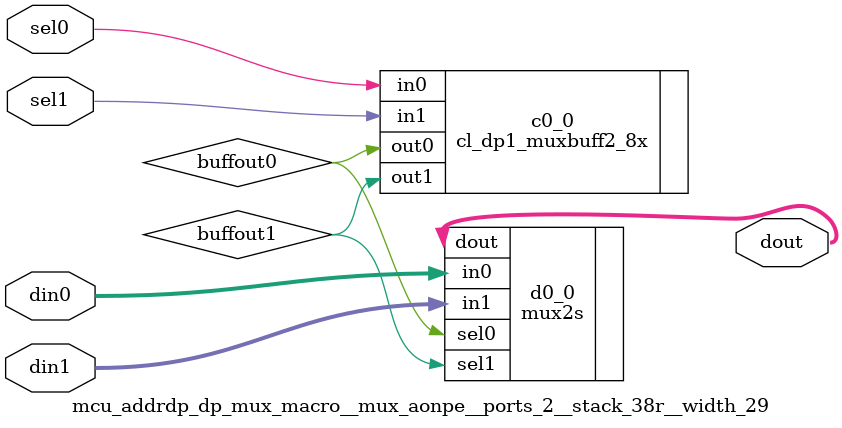
<source format=v>
module mcu_addrdp_dp (
  l2clk, 
  drl2clk, 
  scan_in, 
  scan_out, 
  tcu_pce_ov, 
  tcu_aclk, 
  tcu_bclk, 
  tcu_scan_en, 
  drif_single_channel_mode, 
  l2b0_rd_ras_adr, 
  l2b0_rd_cas_adr, 
  l2b0_rd_rank_adr, 
  l2b0_rd_dimm_adr, 
  l2b0_rd_bank_adr, 
  l2b0_l2rd_req_id, 
  l2b0_wr_ras_adr, 
  l2b0_wr_cas_adr, 
  l2b0_wr_rank_adr, 
  l2b0_wr_dimm_adr, 
  l2b0_wr_bank_adr, 
  l2b1_rd_ras_adr, 
  l2b1_rd_cas_adr, 
  l2b1_rd_rank_adr, 
  l2b1_rd_dimm_adr, 
  l2b1_rd_bank_adr, 
  l2b1_l2rd_req_id, 
  l2b1_wr_ras_adr, 
  l2b1_wr_cas_adr, 
  l2b1_wr_rank_adr, 
  l2b1_wr_dimm_adr, 
  l2b1_wr_bank_adr, 
  l2b0_rd_adr_queue7_en, 
  l2b0_rd_adr_queue6_en, 
  l2b0_rd_adr_queue5_en, 
  l2b0_rd_adr_queue4_en, 
  l2b0_rd_adr_queue3_en, 
  l2b0_rd_adr_queue2_en, 
  l2b0_rd_adr_queue1_en, 
  l2b0_rd_adr_queue0_en, 
  l2b0_rd_adr_queue_sel, 
  l2b0_wr_adr_queue7_en, 
  l2b0_wr_adr_queue6_en, 
  l2b0_wr_adr_queue5_en, 
  l2b0_wr_adr_queue4_en, 
  l2b0_wr_adr_queue3_en, 
  l2b0_wr_adr_queue2_en, 
  l2b0_wr_adr_queue1_en, 
  l2b0_wr_adr_queue0_en, 
  l2b0_req_rdwr_addr_sel, 
  l2b0_rd_wr_adr7_eq, 
  l2b0_rd_wr_adr6_eq, 
  l2b0_rd_wr_adr5_eq, 
  l2b0_rd_wr_adr4_eq, 
  l2b0_rd_wr_adr3_eq, 
  l2b0_rd_wr_adr2_eq, 
  l2b0_rd_wr_adr1_eq, 
  l2b0_rd_wr_adr0_eq, 
  l2b1_rd_adr_queue7_en, 
  l2b1_rd_adr_queue6_en, 
  l2b1_rd_adr_queue5_en, 
  l2b1_rd_adr_queue4_en, 
  l2b1_rd_adr_queue3_en, 
  l2b1_rd_adr_queue2_en, 
  l2b1_rd_adr_queue1_en, 
  l2b1_rd_adr_queue0_en, 
  l2b1_rd_adr_queue_sel, 
  l2b1_wr_adr_queue7_en, 
  l2b1_wr_adr_queue6_en, 
  l2b1_wr_adr_queue5_en, 
  l2b1_wr_adr_queue4_en, 
  l2b1_wr_adr_queue3_en, 
  l2b1_wr_adr_queue2_en, 
  l2b1_wr_adr_queue1_en, 
  l2b1_wr_adr_queue0_en, 
  l2b1_req_rdwr_addr_sel, 
  l2b1_rd_wr_adr7_eq, 
  l2b1_rd_wr_adr6_eq, 
  l2b1_rd_wr_adr5_eq, 
  l2b1_rd_wr_adr4_eq, 
  l2b1_rd_wr_adr3_eq, 
  l2b1_rd_wr_adr2_eq, 
  l2b1_rd_wr_adr1_eq, 
  l2b1_rd_wr_adr0_eq, 
  rascas_adr_sel, 
  rascas_wr1_adr_sel, 
  rascas_wr2_adr_sel, 
  wr_adr_queue_sel, 
  wr1_adr_queue_sel, 
  wr2_adr_queue_sel, 
  ras_adr_queue, 
  cas_adr_queue, 
  rd_req_id_queue, 
  ras_wr1_adr_queue, 
  cas_wr1_adr_queue, 
  ras_wr2_adr_queue, 
  cas_wr2_adr_queue);
wire pce_ov;
wire stop;
wire siclk;
wire soclk;
wire se;
wire drif_scm;
wire l2b0_adr_queue_scanin;
wire l2b0_adr_queue_scanout;
wire [14:0] l2b0_ras_adr_queue;
wire [10:0] l2b0_cas_adr_queue;
wire [2:0] l2b0_rd_req_id_queue;
wire [14:0] l2b0_ras_wr1_adr_queue;
wire [10:0] l2b0_cas_wr1_adr_queue;
wire [14:0] l2b0_ras_wr2_adr_queue;
wire [10:0] l2b0_cas_wr2_adr_queue;
wire l2b1_adr_queue_scanin;
wire l2b1_adr_queue_scanout;
wire [14:0] l2b1_ras_adr_queue;
wire [10:0] l2b1_cas_adr_queue;
wire [2:0] l2b1_rd_req_id_queue;
wire [14:0] l2b1_ras_wr1_adr_queue;
wire [10:0] l2b1_cas_wr1_adr_queue;
wire [14:0] l2b1_ras_wr2_adr_queue;
wire [10:0] l2b1_cas_wr2_adr_queue;


input		l2clk;
input		drl2clk;

input 		scan_in;
output		scan_out;
input		tcu_pce_ov;
input 		tcu_aclk;
input		tcu_bclk;
input		tcu_scan_en;

input		drif_single_channel_mode;

//	 L2bank0
//	 Outputs in module: mcu_adrgen_dp
//
input	[14:0]	l2b0_rd_ras_adr;
input	[10:0]	l2b0_rd_cas_adr;
input		l2b0_rd_rank_adr;		// rank address
input	[2:0]	l2b0_rd_dimm_adr;		// rank address
input	[2:0]	l2b0_rd_bank_adr;		// bank address
input	[2:0]	l2b0_l2rd_req_id;		// request id

input	[14:0]	l2b0_wr_ras_adr;
input	[10:0]	l2b0_wr_cas_adr;
input		l2b0_wr_rank_adr;		// rank address
input	[2:0]	l2b0_wr_dimm_adr;		// rank address
input	[2:0]	l2b0_wr_bank_adr;		// bank address

//	 L2bank1
//	 Outputs in module: mcu_adrgen_dp
//
input	[14:0]	l2b1_rd_ras_adr;
input	[10:0]	l2b1_rd_cas_adr;
input		l2b1_rd_rank_adr;               // rank address
input	[2:0]	l2b1_rd_dimm_adr;		// rank address
input	[2:0]	l2b1_rd_bank_adr;               // bank address
input	[2:0]	l2b1_l2rd_req_id;		// request id

input	[14:0]	l2b1_wr_ras_adr;
input	[10:0]	l2b1_wr_cas_adr;
input		l2b1_wr_rank_adr;		// rank address
input	[2:0]	l2b1_wr_dimm_adr;		// rank address
input	[2:0]	l2b1_wr_bank_adr;		// bank address

//	 L2bank0
//	 Inputs in module: mcu_adrq_dp
//
input		l2b0_rd_adr_queue7_en;		// read address queue entry7 enable
input		l2b0_rd_adr_queue6_en;		// read address queue entry6 enable
input		l2b0_rd_adr_queue5_en;		// read address queue entry5 enable
input		l2b0_rd_adr_queue4_en;		// read address queue entry4 enable
input		l2b0_rd_adr_queue3_en;		// read address queue entry3 enable
input		l2b0_rd_adr_queue2_en;		// read address queue entry2 enable
input		l2b0_rd_adr_queue1_en;		// read address queue entry1 enable
input		l2b0_rd_adr_queue0_en;		// read address queue entry0 enable
input	[7:0]	l2b0_rd_adr_queue_sel;		// read address queue select
input		l2b0_wr_adr_queue7_en;		// write address queue entry7 enable
input		l2b0_wr_adr_queue6_en;          // write address queue entry6 enable
input		l2b0_wr_adr_queue5_en;          // write address queue entry5 enable
input		l2b0_wr_adr_queue4_en;          // write address queue entry4 enable
input		l2b0_wr_adr_queue3_en;          // write address queue entry3 enable
input		l2b0_wr_adr_queue2_en;          // write address queue entry2 enable
input		l2b0_wr_adr_queue1_en;          // write address queue entry1 enable
input		l2b0_wr_adr_queue0_en;          // write address queue entry0 enable
input	[1:0]	l2b0_req_rdwr_addr_sel;		// read or write address queue select

//	 L2bank0
//	 Outputs in module: mcu_adrq_dp
//
//	output		l2b0_scan_out;
output		l2b0_rd_wr_adr7_eq;
output		l2b0_rd_wr_adr6_eq;
output		l2b0_rd_wr_adr5_eq;
output		l2b0_rd_wr_adr4_eq;
output		l2b0_rd_wr_adr3_eq;
output		l2b0_rd_wr_adr2_eq;
output		l2b0_rd_wr_adr1_eq;
output		l2b0_rd_wr_adr0_eq;


//	 L2bank1
//	 Inputs in module: mcu_adrq_dp
//
input		l2b1_rd_adr_queue7_en;          // read address queue entry7 enable    
input		l2b1_rd_adr_queue6_en;          // read address queue entry6 enable    
input		l2b1_rd_adr_queue5_en;          // read address queue entry5 enable    
input		l2b1_rd_adr_queue4_en;          // read address queue entry4 enable    
input		l2b1_rd_adr_queue3_en;          // read address queue entry3 enable    
input		l2b1_rd_adr_queue2_en;          // read address queue entry2 enable    
input		l2b1_rd_adr_queue1_en;          // read address queue entry1 enable    
input		l2b1_rd_adr_queue0_en;          // read address queue entry0 enable    
input	[7:0]	l2b1_rd_adr_queue_sel;          // read address queue select           
input		l2b1_wr_adr_queue7_en;          // write address queue entry7 enable   
input		l2b1_wr_adr_queue6_en;          // write address queue entry6 enable   
input		l2b1_wr_adr_queue5_en;          // write address queue entry5 enable   
input		l2b1_wr_adr_queue4_en;          // write address queue entry4 enable   
input		l2b1_wr_adr_queue3_en;          // write address queue entry3 enable   
input		l2b1_wr_adr_queue2_en;          // write address queue entry2 enable   
input		l2b1_wr_adr_queue1_en;          // write address queue entry1 enable   
input		l2b1_wr_adr_queue0_en;          // write address queue entry0 enable   
input	[1:0]	l2b1_req_rdwr_addr_sel;         // read or write address queue select 
                                                                                        
//	 L2 bank1                                                                       
//	 Outputs in module: mcu_adrq_dp                                             
//                                                                                      
output		l2b1_rd_wr_adr7_eq;
output		l2b1_rd_wr_adr6_eq;
output		l2b1_rd_wr_adr5_eq;
output		l2b1_rd_wr_adr4_eq;
output		l2b1_rd_wr_adr3_eq;
output		l2b1_rd_wr_adr2_eq;
output		l2b1_rd_wr_adr1_eq;
output		l2b1_rd_wr_adr0_eq;

input	[1:0]	rascas_adr_sel;			// [0]: L2b0 address queue sel, [1]: L2b1 address queue sel, [2]: scrub address select 
input	[1:0]	rascas_wr1_adr_sel;
input	[1:0]	rascas_wr2_adr_sel;
input	[7:0]	wr_adr_queue_sel;          	// write address queue select          
input	[7:0]	wr1_adr_queue_sel;         	// write address queue select          
input	[7:0]	wr2_adr_queue_sel;         	// write address queue select          

output	[14:0]	ras_adr_queue;             	// RAS address                         
output	[10:0]	cas_adr_queue;             	// CAS address                         
output	[2:0]	rd_req_id_queue;           	// read request ID                          
output	[14:0]	ras_wr1_adr_queue;             	// RAS address                         
output	[10:0]	cas_wr1_adr_queue;             	// CAS address                         
output	[14:0]	ras_wr2_adr_queue;             	// RAS address                         
output	[10:0]	cas_wr2_adr_queue;             	// CAS address                         

// Scan reassigns
assign pce_ov = tcu_pce_ov;
assign stop = 1'b0;
assign siclk = tcu_aclk;
assign soclk = tcu_bclk;
assign se = tcu_scan_en;

assign drif_scm = drif_single_channel_mode;

//
//	L2Bank0: mcu_adr_queue
//
mcu_adrq_dp l2b0_adr_queue (
		.scan_in(l2b0_adr_queue_scanin),
		.scan_out(l2b0_adr_queue_scanout),
		.l2clk                ( l2clk ),
		.drl2clk              ( drl2clk ),
		.rd_rank_adr          ( {l2b0_rd_rank_adr, l2b0_rd_dimm_adr[2:0]} ),
		.rd_bank_adr          ( l2b0_rd_bank_adr[2:0] ),
		.rd_ras_adr           ( l2b0_rd_ras_adr[14:0] ),
		.rd_cas_adr           ( l2b0_rd_cas_adr[10:0] ),
		.l2rd_req_id          ( l2b0_l2rd_req_id[2:0] ),
		.wr_rank_adr          ( {l2b0_wr_rank_adr, l2b0_wr_dimm_adr[2:0]} ),
		.wr_bank_adr          ( l2b0_wr_bank_adr[2:0] ),
		.wr_ras_adr           ( l2b0_wr_ras_adr[14:0] ),
		.wr_cas_adr           ( l2b0_wr_cas_adr[10:0] ),
		.rd_adr_queue7_en     ( l2b0_rd_adr_queue7_en ),
		.rd_adr_queue6_en     ( l2b0_rd_adr_queue6_en ),
		.rd_adr_queue5_en     ( l2b0_rd_adr_queue5_en ),
		.rd_adr_queue4_en     ( l2b0_rd_adr_queue4_en ),
		.rd_adr_queue3_en     ( l2b0_rd_adr_queue3_en ),
		.rd_adr_queue2_en     ( l2b0_rd_adr_queue2_en ),
		.rd_adr_queue1_en     ( l2b0_rd_adr_queue1_en ),
		.rd_adr_queue0_en     ( l2b0_rd_adr_queue0_en ),
		.rd_adr_queue_sel     ( l2b0_rd_adr_queue_sel[7:0] ),
		.wr_adr_queue7_en     ( l2b0_wr_adr_queue7_en ),
		.wr_adr_queue6_en     ( l2b0_wr_adr_queue6_en ),
		.wr_adr_queue5_en     ( l2b0_wr_adr_queue5_en ),
		.wr_adr_queue4_en     ( l2b0_wr_adr_queue4_en ),
		.wr_adr_queue3_en     ( l2b0_wr_adr_queue3_en ),
		.wr_adr_queue2_en     ( l2b0_wr_adr_queue2_en ),
		.wr_adr_queue1_en     ( l2b0_wr_adr_queue1_en ),
		.wr_adr_queue0_en     ( l2b0_wr_adr_queue0_en ),
		.req_rdwr_addr_sel    ( l2b0_req_rdwr_addr_sel[1:0] ),
		.ras_adr_queue        ( l2b0_ras_adr_queue[14:0] ),
		.cas_adr_queue        ( l2b0_cas_adr_queue[10:0] ),
		.rd_req_id_queue      ( l2b0_rd_req_id_queue[2:0] ),
		.ras_wr1_adr_queue    ( l2b0_ras_wr1_adr_queue[14:0] ),
		.cas_wr1_adr_queue    ( l2b0_cas_wr1_adr_queue[10:0] ),
		.ras_wr2_adr_queue    ( l2b0_ras_wr2_adr_queue[14:0] ),
		.cas_wr2_adr_queue    ( l2b0_cas_wr2_adr_queue[10:0] ),
		.rd_wr_adr7_eq        ( l2b0_rd_wr_adr7_eq ),
		.rd_wr_adr6_eq        ( l2b0_rd_wr_adr6_eq ),
		.rd_wr_adr5_eq        ( l2b0_rd_wr_adr5_eq ),
		.rd_wr_adr4_eq        ( l2b0_rd_wr_adr4_eq ),
		.rd_wr_adr3_eq        ( l2b0_rd_wr_adr3_eq ),
		.rd_wr_adr2_eq        ( l2b0_rd_wr_adr2_eq ),
		.rd_wr_adr1_eq        ( l2b0_rd_wr_adr1_eq ),
		.rd_wr_adr0_eq        ( l2b0_rd_wr_adr0_eq ),
  .tcu_pce_ov(tcu_pce_ov),
  .tcu_aclk(tcu_aclk),
  .tcu_bclk(tcu_bclk),
  .tcu_scan_en(tcu_scan_en),
  .drif_scm(drif_scm),
  .wr_adr_queue_sel(wr_adr_queue_sel[7:0]),
  .wr1_adr_queue_sel(wr1_adr_queue_sel[7:0]),
  .wr2_adr_queue_sel(wr2_adr_queue_sel[7:0]) 
		);

//
//	L2bank1: mcu_adr_queue
//
mcu_adrq_dp l2b1_adr_queue (
		.scan_in(l2b1_adr_queue_scanin),
		.scan_out(l2b1_adr_queue_scanout),
		.l2clk                ( l2clk ),
		.drl2clk              ( drl2clk ),
		.rd_rank_adr          ( {l2b1_rd_rank_adr, l2b1_rd_dimm_adr[2:0]} ),
		.rd_bank_adr          ( l2b1_rd_bank_adr[2:0] ),
		.rd_ras_adr           ( l2b1_rd_ras_adr[14:0] ),
		.rd_cas_adr           ( l2b1_rd_cas_adr[10:0] ),
		.l2rd_req_id          ( l2b1_l2rd_req_id[2:0] ),
		.wr_rank_adr          ( {l2b1_wr_rank_adr, l2b1_wr_dimm_adr[2:0]} ),
		.wr_bank_adr          ( l2b1_wr_bank_adr[2:0] ),
		.wr_ras_adr           ( l2b1_wr_ras_adr[14:0] ),
		.wr_cas_adr           ( l2b1_wr_cas_adr[10:0] ),
		.rd_adr_queue7_en     ( l2b1_rd_adr_queue7_en ),
		.rd_adr_queue6_en     ( l2b1_rd_adr_queue6_en ),
		.rd_adr_queue5_en     ( l2b1_rd_adr_queue5_en ),
		.rd_adr_queue4_en     ( l2b1_rd_adr_queue4_en ),
		.rd_adr_queue3_en     ( l2b1_rd_adr_queue3_en ),
		.rd_adr_queue2_en     ( l2b1_rd_adr_queue2_en ),
		.rd_adr_queue1_en     ( l2b1_rd_adr_queue1_en ),
		.rd_adr_queue0_en     ( l2b1_rd_adr_queue0_en ),
		.rd_adr_queue_sel     ( l2b1_rd_adr_queue_sel[7:0] ),
		.wr_adr_queue7_en     ( l2b1_wr_adr_queue7_en ),
		.wr_adr_queue6_en     ( l2b1_wr_adr_queue6_en ),
		.wr_adr_queue5_en     ( l2b1_wr_adr_queue5_en ),
		.wr_adr_queue4_en     ( l2b1_wr_adr_queue4_en ),
		.wr_adr_queue3_en     ( l2b1_wr_adr_queue3_en ),
		.wr_adr_queue2_en     ( l2b1_wr_adr_queue2_en ),
		.wr_adr_queue1_en     ( l2b1_wr_adr_queue1_en ),
		.wr_adr_queue0_en     ( l2b1_wr_adr_queue0_en ),
		.req_rdwr_addr_sel    ( l2b1_req_rdwr_addr_sel[1:0] ),
		.ras_adr_queue        ( l2b1_ras_adr_queue[14:0] ),
		.cas_adr_queue        ( l2b1_cas_adr_queue[10:0] ),
		.rd_req_id_queue      ( l2b1_rd_req_id_queue[2:0] ),
		.ras_wr1_adr_queue    ( l2b1_ras_wr1_adr_queue[14:0] ),
		.cas_wr1_adr_queue    ( l2b1_cas_wr1_adr_queue[10:0] ),
		.ras_wr2_adr_queue    ( l2b1_ras_wr2_adr_queue[14:0] ),
		.cas_wr2_adr_queue    ( l2b1_cas_wr2_adr_queue[10:0] ),
		.rd_wr_adr7_eq        ( l2b1_rd_wr_adr7_eq ),
		.rd_wr_adr6_eq        ( l2b1_rd_wr_adr6_eq ),
		.rd_wr_adr5_eq        ( l2b1_rd_wr_adr5_eq ),
		.rd_wr_adr4_eq        ( l2b1_rd_wr_adr4_eq ),
		.rd_wr_adr3_eq        ( l2b1_rd_wr_adr3_eq ),
		.rd_wr_adr2_eq        ( l2b1_rd_wr_adr2_eq ),
		.rd_wr_adr1_eq        ( l2b1_rd_wr_adr1_eq ),
		.rd_wr_adr0_eq        ( l2b1_rd_wr_adr0_eq ),
  .tcu_pce_ov(tcu_pce_ov),
  .tcu_aclk(tcu_aclk),
  .tcu_bclk(tcu_bclk),
  .tcu_scan_en(tcu_scan_en),
  .drif_scm(drif_scm),
  .wr_adr_queue_sel(wr_adr_queue_sel[7:0]),
  .wr1_adr_queue_sel(wr1_adr_queue_sel[7:0]),
  .wr2_adr_queue_sel(wr2_adr_queue_sel[7:0]) 
		);

mcu_addrdp_dp_mux_macro__mux_aonpe__ports_2__stack_38r__width_29	u_l2b0b1_addr_id	               (
		.din0	( { l2b0_rd_req_id_queue[2:0], l2b0_ras_adr_queue[14:0], l2b0_cas_adr_queue[10:0] } ),
		.din1	( { l2b1_rd_req_id_queue[2:0], l2b1_ras_adr_queue[14:0], l2b1_cas_adr_queue[10:0] } ),
		.sel0 	( rascas_adr_sel[0] ),
		.sel1 	( rascas_adr_sel[1] ),
		.dout	( { rd_req_id_queue[2:0], ras_adr_queue[14:0], cas_adr_queue[10:0] } ));

mcu_addrdp_dp_mux_macro__mux_aonpe__ports_2__stack_38r__width_26	u_l2b0b1_wr1_addr 	               (
		.din0	( { l2b0_ras_wr1_adr_queue[14:0], l2b0_cas_wr1_adr_queue[10:0] } ),
		.din1	( { l2b1_ras_wr1_adr_queue[14:0], l2b1_cas_wr1_adr_queue[10:0] } ),
		.sel0 	( rascas_wr1_adr_sel[0] ),
		.sel1 	( rascas_wr1_adr_sel[1] ),
		.dout	( { ras_wr1_adr_queue[14:0], cas_wr1_adr_queue[10:0] } ));

mcu_addrdp_dp_mux_macro__mux_aonpe__ports_2__stack_38r__width_26	u_l2b0b1_wr2_addr 	               (
		.din0	( { l2b0_ras_wr2_adr_queue[14:0], l2b0_cas_wr2_adr_queue[10:0] } ),
		.din1	( { l2b1_ras_wr2_adr_queue[14:0], l2b1_cas_wr2_adr_queue[10:0] } ),
		.sel0 	( rascas_wr2_adr_sel[0] ),
		.sel1 	( rascas_wr2_adr_sel[1] ),
		.dout	( { ras_wr2_adr_queue[14:0], cas_wr2_adr_queue[10:0] } ));

// fixscan start:
assign l2b0_adr_queue_scanin     = scan_in                  ;
assign l2b1_adr_queue_scanin     = l2b0_adr_queue_scanout   ;
assign scan_out                  = l2b1_adr_queue_scanout   ;
// fixscan end:
endmodule	



// any PARAMS parms go into naming of macro

module mcu_addrdp_dp_msff_macro__stack_38r__width_36 (
  din, 
  clk, 
  en, 
  se, 
  scan_in, 
  siclk, 
  soclk, 
  pce_ov, 
  stop, 
  dout, 
  scan_out);
wire l1clk;
wire siclk_out;
wire soclk_out;
wire [34:0] so;

  input [35:0] din;


  input clk;
  input en;
  input se;
  input scan_in;
  input siclk;
  input soclk;
  input pce_ov;
  input stop;



  output [35:0] dout;


  output scan_out;




cl_dp1_l1hdr_8x c0_0 (
.l2clk(clk),
.pce(en),
.aclk(siclk),
.bclk(soclk),
.l1clk(l1clk),
  .se(se),
  .pce_ov(pce_ov),
  .stop(stop),
  .siclk_out(siclk_out),
  .soclk_out(soclk_out)
);
dff /*#(36)*/  d0_0 (
.l1clk(l1clk),
.siclk(siclk_out),
.soclk(soclk_out),
.d(din[35:0]),
.si({scan_in,so[34:0]}),
.so({so[34:0],scan_out}),
.q(dout[35:0])
);




















endmodule













// any PARAMS parms go into naming of macro

module mcu_addrdp_dp_msff_macro__stack_38r__width_34 (
  din, 
  clk, 
  en, 
  se, 
  scan_in, 
  siclk, 
  soclk, 
  pce_ov, 
  stop, 
  dout, 
  scan_out);
wire l1clk;
wire siclk_out;
wire soclk_out;
wire [32:0] so;

  input [33:0] din;


  input clk;
  input en;
  input se;
  input scan_in;
  input siclk;
  input soclk;
  input pce_ov;
  input stop;



  output [33:0] dout;


  output scan_out;




cl_dp1_l1hdr_8x c0_0 (
.l2clk(clk),
.pce(en),
.aclk(siclk),
.bclk(soclk),
.l1clk(l1clk),
  .se(se),
  .pce_ov(pce_ov),
  .stop(stop),
  .siclk_out(siclk_out),
  .soclk_out(soclk_out)
);
dff /*#(34)*/  d0_0 (
.l1clk(l1clk),
.siclk(siclk_out),
.soclk(soclk_out),
.d(din[33:0]),
.si({scan_in,so[32:0]}),
.so({so[32:0],scan_out}),
.q(dout[33:0])
);




















endmodule









// general mux macro for pass-gate and and-or muxes with/wout priority encoders
// also for pass-gate with decoder





// any PARAMS parms go into naming of macro

module mcu_addrdp_dp_mux_macro__mux_aonpe__ports_8__stack_38r__width_36 (
  din0, 
  sel0, 
  din1, 
  sel1, 
  din2, 
  sel2, 
  din3, 
  sel3, 
  din4, 
  sel4, 
  din5, 
  sel5, 
  din6, 
  sel6, 
  din7, 
  sel7, 
  dout);
wire buffout0;
wire buffout1;
wire buffout2;
wire buffout3;
wire buffout4;
wire buffout5;
wire buffout6;
wire buffout7;

  input [35:0] din0;
  input sel0;
  input [35:0] din1;
  input sel1;
  input [35:0] din2;
  input sel2;
  input [35:0] din3;
  input sel3;
  input [35:0] din4;
  input sel4;
  input [35:0] din5;
  input sel5;
  input [35:0] din6;
  input sel6;
  input [35:0] din7;
  input sel7;
  output [35:0] dout;





cl_dp1_muxbuff8_8x  c0_0 (
 .in0(sel0),
 .in1(sel1),
 .in2(sel2),
 .in3(sel3),
 .in4(sel4),
 .in5(sel5),
 .in6(sel6),
 .in7(sel7),
 .out0(buffout0),
 .out1(buffout1),
 .out2(buffout2),
 .out3(buffout3),
 .out4(buffout4),
 .out5(buffout5),
 .out6(buffout6),
 .out7(buffout7)
);
mux8s /*#(36)*/  d0_0 (
  .sel0(buffout0),
  .sel1(buffout1),
  .sel2(buffout2),
  .sel3(buffout3),
  .sel4(buffout4),
  .sel5(buffout5),
  .sel6(buffout6),
  .sel7(buffout7),
  .in0(din0[35:0]),
  .in1(din1[35:0]),
  .in2(din2[35:0]),
  .in3(din3[35:0]),
  .in4(din4[35:0]),
  .in5(din5[35:0]),
  .in6(din6[35:0]),
  .in7(din7[35:0]),
.dout(dout[35:0])
);









  



endmodule


//
//   invert macro
//
//





module mcu_addrdp_dp_inv_macro (
  din, 
  dout);
  input [0:0] din;
  output [0:0] dout;






inv /*#(1)*/  d0_0 (
.in(din[0:0]),
.out(dout[0:0])
);









endmodule





//  
//   and macro for ports = 2,3,4
//
//





module mcu_addrdp_dp_and_macro (
  din0, 
  din1, 
  dout);
  input [0:0] din0;
  input [0:0] din1;
  output [0:0] dout;






and2 /*#(1)*/  d0_0 (
.in0(din0[0:0]),
.in1(din1[0:0]),
.out(dout[0:0])
);









endmodule









// any PARAMS parms go into naming of macro

module mcu_addrdp_dp_msff_macro__stack_38r__width_33 (
  din, 
  clk, 
  en, 
  se, 
  scan_in, 
  siclk, 
  soclk, 
  pce_ov, 
  stop, 
  dout, 
  scan_out);
wire l1clk;
wire siclk_out;
wire soclk_out;
wire [31:0] so;

  input [32:0] din;


  input clk;
  input en;
  input se;
  input scan_in;
  input siclk;
  input soclk;
  input pce_ov;
  input stop;



  output [32:0] dout;


  output scan_out;




cl_dp1_l1hdr_8x c0_0 (
.l2clk(clk),
.pce(en),
.aclk(siclk),
.bclk(soclk),
.l1clk(l1clk),
  .se(se),
  .pce_ov(pce_ov),
  .stop(stop),
  .siclk_out(siclk_out),
  .soclk_out(soclk_out)
);
dff /*#(33)*/  d0_0 (
.l1clk(l1clk),
.siclk(siclk_out),
.soclk(soclk_out),
.d(din[32:0]),
.si({scan_in,so[31:0]}),
.so({so[31:0],scan_out}),
.q(dout[32:0])
);




















endmodule









//
//   comparator macro (output is 1 if both inputs are equal; 0 otherwise)
//
//





module mcu_addrdp_dp_cmp_macro__width_32 (
  din0, 
  din1, 
  dout);
  input [31:0] din0;
  input [31:0] din1;
  output dout;






cmp /*#(32)*/  m0_0 (
.in0(din0[31:0]),
.in1(din1[31:0]),
.out(dout)
);










endmodule





// general mux macro for pass-gate and and-or muxes with/wout priority encoders
// also for pass-gate with decoder





// any PARAMS parms go into naming of macro

module mcu_addrdp_dp_mux_macro__mux_aonpe__ports_8__stack_38r__width_26 (
  din0, 
  sel0, 
  din1, 
  sel1, 
  din2, 
  sel2, 
  din3, 
  sel3, 
  din4, 
  sel4, 
  din5, 
  sel5, 
  din6, 
  sel6, 
  din7, 
  sel7, 
  dout);
wire buffout0;
wire buffout1;
wire buffout2;
wire buffout3;
wire buffout4;
wire buffout5;
wire buffout6;
wire buffout7;

  input [25:0] din0;
  input sel0;
  input [25:0] din1;
  input sel1;
  input [25:0] din2;
  input sel2;
  input [25:0] din3;
  input sel3;
  input [25:0] din4;
  input sel4;
  input [25:0] din5;
  input sel5;
  input [25:0] din6;
  input sel6;
  input [25:0] din7;
  input sel7;
  output [25:0] dout;





cl_dp1_muxbuff8_8x  c0_0 (
 .in0(sel0),
 .in1(sel1),
 .in2(sel2),
 .in3(sel3),
 .in4(sel4),
 .in5(sel5),
 .in6(sel6),
 .in7(sel7),
 .out0(buffout0),
 .out1(buffout1),
 .out2(buffout2),
 .out3(buffout3),
 .out4(buffout4),
 .out5(buffout5),
 .out6(buffout6),
 .out7(buffout7)
);
mux8s /*#(26)*/  d0_0 (
  .sel0(buffout0),
  .sel1(buffout1),
  .sel2(buffout2),
  .sel3(buffout3),
  .sel4(buffout4),
  .sel5(buffout5),
  .sel6(buffout6),
  .sel7(buffout7),
  .in0(din0[25:0]),
  .in1(din1[25:0]),
  .in2(din2[25:0]),
  .in3(din3[25:0]),
  .in4(din4[25:0]),
  .in5(din5[25:0]),
  .in6(din6[25:0]),
  .in7(din7[25:0]),
.dout(dout[25:0])
);









  



endmodule


// general mux macro for pass-gate and and-or muxes with/wout priority encoders
// also for pass-gate with decoder





// any PARAMS parms go into naming of macro

module mcu_addrdp_dp_mux_macro__mux_aonpe__ports_2__stack_38r__width_26 (
  din0, 
  sel0, 
  din1, 
  sel1, 
  dout);
wire buffout0;
wire buffout1;

  input [25:0] din0;
  input sel0;
  input [25:0] din1;
  input sel1;
  output [25:0] dout;





cl_dp1_muxbuff2_8x  c0_0 (
 .in0(sel0),
 .in1(sel1),
 .out0(buffout0),
 .out1(buffout1)
);
mux2s /*#(26)*/  d0_0 (
  .sel0(buffout0),
  .sel1(buffout1),
  .in0(din0[25:0]),
  .in1(din1[25:0]),
.dout(dout[25:0])
);









  



endmodule


// general mux macro for pass-gate and and-or muxes with/wout priority encoders
// also for pass-gate with decoder





// any PARAMS parms go into naming of macro

module mcu_addrdp_dp_mux_macro__mux_aonpe__ports_2__stack_38r__width_29 (
  din0, 
  sel0, 
  din1, 
  sel1, 
  dout);
wire buffout0;
wire buffout1;

  input [28:0] din0;
  input sel0;
  input [28:0] din1;
  input sel1;
  output [28:0] dout;





cl_dp1_muxbuff2_8x  c0_0 (
 .in0(sel0),
 .in1(sel1),
 .out0(buffout0),
 .out1(buffout1)
);
mux2s /*#(29)*/  d0_0 (
  .sel0(buffout0),
  .sel1(buffout1),
  .in0(din0[28:0]),
  .in1(din1[28:0]),
.dout(dout[28:0])
);









  



endmodule


</source>
